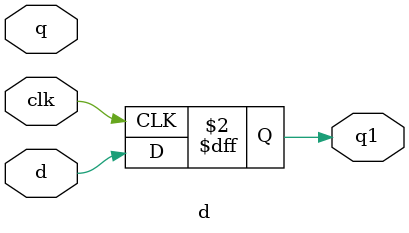
<source format=v>
`timescale 1ns / 1ps


module d(
input d,q,clk,
output reg q1
    );
    always@(posedge clk)
    begin
    q1=d;
    end
endmodule

</source>
